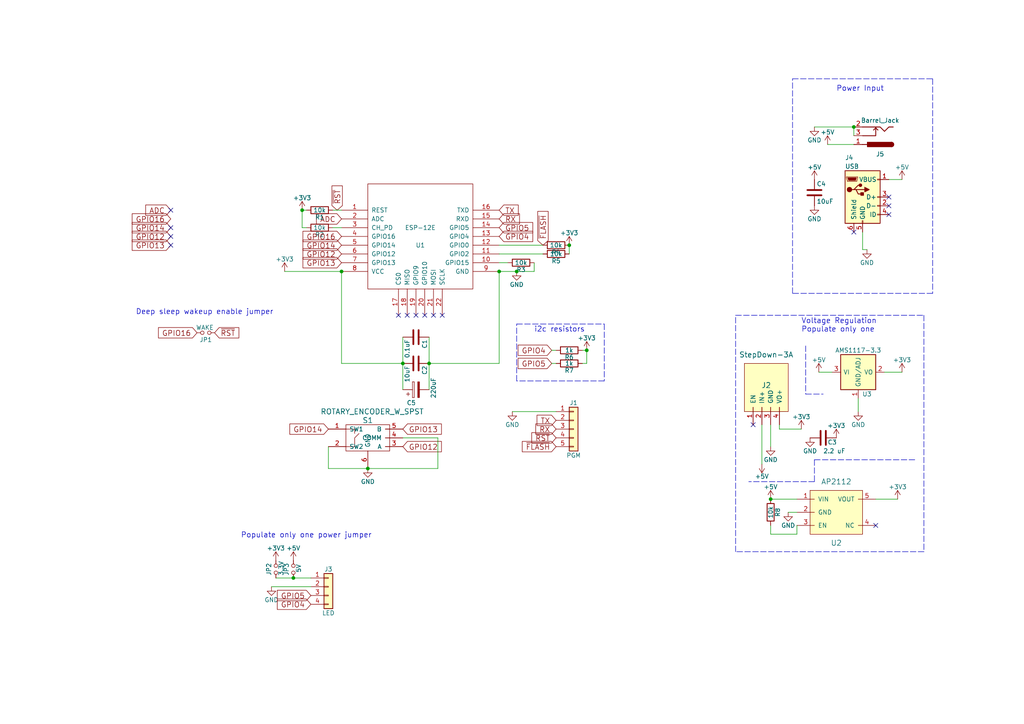
<source format=kicad_sch>
(kicad_sch (version 20211123) (generator eeschema)
  (paper "A4")
  (title_block (title "ESP 8266 Generic dev board w/Inputs") (rev "0.1") (company "Sky Iron Studio") (comment 1 "MIT License"))
  (lib_symbols
    (symbol "esp8266-board-rescue:+3V3" (power) (pin_names (offset 0))
      (property "Value" "+3V3" (at 0 3.556 0))
      (symbol "+3V3_0_1"
        (polyline (pts (xy -0.762 1.27) (xy 0 2.54)))
        (polyline (pts (xy 0 0) (xy 0 2.54)))
        (polyline (pts (xy 0 2.54) (xy 0.762 1.27)))
      )
      (symbol "+3V3_1_1"
        (pin power_in line (at 0 0 90) (length 0) hide (name "+3V3") (number "1"))
      )
    )
    (symbol "esp8266-board-rescue:+5V" (power) (pin_names (offset 0))
      (property "Value" "+5V" (at 0 3.556 0))
      (symbol "+5V_0_1"
        (polyline (pts (xy -0.762 1.27) (xy 0 2.54)))
        (polyline (pts (xy 0 0) (xy 0 2.54)))
        (polyline (pts (xy 0 2.54) (xy 0.762 1.27)))
      )
      (symbol "+5V_1_1"
        (pin power_in line (at 0 0 90) (length 0) hide (name "+5V") (number "1"))
      )
    )
    (symbol "esp8266-board-rescue:AMS1117-3.3" (pin_names (offset 0.762))
      (property "Reference" "U" (at 2.54 -6.35 0))
      (property "Value" "AMS1117-3.3" (at 0 6.35 0))
      (symbol "AMS1117-3.3_0_1"
        (rectangle (start -5.08 -5.08) (end 5.08 5.08) (stroke (width 0.254)) (fill (type background)))
      )
      (symbol "AMS1117-3.3_1_1"
        (pin power_in line (at 0 -7.62 90) (length 2.54) (name "GND/ADJ") (number "1"))
        (pin power_out line (at 7.62 0 180) (length 2.54) (name "VO") (number "2"))
        (pin power_in line (at -7.62 0 0) (length 2.54) (name "VI") (number "3"))
        (pin power_out line (at 7.62 0 180) (length 2.54) hide (name "VO") (number "4"))
      )
    )
    (symbol "esp8266-board-rescue:AP2112" (pin_names (offset 1.016))
      (property "Reference" "U" (at 0 -8.89 0))
      (property "Value" "AP2112" (at 0 8.89 0))
      (symbol "AP2112_0_1"
        (rectangle (start -7.62 6.35) (end 7.62 -6.35) (fill (type background)))
      )
      (symbol "AP2112_1_1"
        (pin input line (at -11.43 3.81 0) (length 5.08) (name "VIN") (number "1"))
        (pin input line (at -11.43 0 0) (length 5.08) (name "GND") (number "2"))
        (pin input line (at -11.43 -3.81 0) (length 5.08) (name "EN") (number "3"))
        (pin input line (at 11.43 -3.81 180) (length 5.08) (name "NC") (number "4"))
        (pin input line (at 11.43 3.81 180) (length 5.08) (name "VOUT") (number "5"))
      )
    )
    (symbol "esp8266-board-rescue:Barrel_Jack" (pin_names (offset 1.016))
      (property "Reference" "J" (at 0 5.334 0))
      (property "Value" "Barrel_Jack" (at 0 -4.445 0))
      (symbol "Barrel_Jack_0_1"
        (arc (start -3.302 3.175) (mid -3.937 2.54) (end -3.302 1.905) (stroke (width 0.254)))
        (arc (start -3.302 3.175) (mid -3.937 2.54) (end -3.302 1.905) (stroke (width 0.254)) (fill (type outline)))
        (polyline (pts (xy 1.27 -2.286) (xy 1.905 -1.651)) (stroke (width 0.254)))
        (polyline (pts (xy 5.08 2.54) (xy 3.81 2.54)) (stroke (width 0.254)))
        (polyline (pts (xy 5.08 0) (xy 1.27 0) (xy 1.27 -2.286) (xy 0.635 -1.651)) (stroke (width 0.254)))
        (polyline (pts (xy -3.81 -2.54) (xy -2.54 -2.54) (xy -1.27 -1.27) (xy 0 -2.54) (xy 2.54 -2.54) (xy 5.08 -2.54)) (stroke (width 0.254)))
        (rectangle (start 3.683 3.175) (end -3.302 1.905) (stroke (width 0.254)) (fill (type outline)))
      )
      (symbol "Barrel_Jack_1_1"
        (pin passive line (at 7.62 2.54 180) (length 2.54) (name "~") (number "1"))
        (pin passive line (at 7.62 -2.54 180) (length 2.54) (name "~") (number "2"))
        (pin passive line (at 7.62 0 180) (length 2.54) (name "~") (number "3"))
      )
    )
    (symbol "esp8266-board-rescue:C" (pin_numbers hide) (pin_names (offset 0.254))
      (property "Reference" "C" (at 0.635 2.54 0))
      (property "Value" "C" (at 0.635 -2.54 0))
      (symbol "C_0_1"
        (polyline (pts (xy -2.032 -0.762) (xy 2.032 -0.762)) (stroke (width 0.508)))
        (polyline (pts (xy -2.032 0.762) (xy 2.032 0.762)) (stroke (width 0.508)))
      )
      (symbol "C_1_1"
        (pin passive line (at 0 3.81 270) (length 2.794) (name "~") (number "1"))
        (pin passive line (at 0 -3.81 90) (length 2.794) (name "~") (number "2"))
      )
    )
    (symbol "esp8266-board-rescue:CP" (pin_numbers hide) (pin_names (offset 0.254))
      (property "Reference" "C" (at 0.635 2.54 0))
      (property "Value" "CP" (at 0.635 -2.54 0))
      (symbol "CP_0_1"
        (rectangle (start -2.286 0.508) (end -2.286 1.016))
        (rectangle (start -2.286 0.508) (end 2.286 0.508))
        (polyline (pts (xy -1.778 2.286) (xy -0.762 2.286)))
        (polyline (pts (xy -1.27 2.794) (xy -1.27 1.778)))
        (rectangle (start 2.286 -0.508) (end -2.286 -1.016) (fill (type outline)))
        (rectangle (start 2.286 1.016) (end -2.286 1.016))
        (rectangle (start 2.286 1.016) (end 2.286 0.508))
      )
      (symbol "CP_1_1"
        (pin passive line (at 0 3.81 270) (length 2.794) (name "~") (number "1"))
        (pin passive line (at 0 -3.81 90) (length 2.794) (name "~") (number "2"))
      )
    )
    (symbol "esp8266-board-rescue:Conn_01x04" (pin_names (offset 1.016) hide)
      (property "Reference" "J" (at 0 5.08 0))
      (property "Value" "Conn_01x04" (at 0 -7.62 0))
      (symbol "Conn_01x04_1_1"
        (rectangle (start -1.27 -4.953) (end 0 -5.207) (stroke (width 0.1524)))
        (rectangle (start -1.27 -2.413) (end 0 -2.667) (stroke (width 0.1524)))
        (rectangle (start -1.27 0.127) (end 0 -0.127) (stroke (width 0.1524)))
        (rectangle (start -1.27 2.667) (end 0 2.413) (stroke (width 0.1524)))
        (rectangle (start -1.27 3.81) (end 1.27 -6.35) (stroke (width 0.254)) (fill (type background)))
        (pin passive line (at -5.08 2.54 0) (length 3.81) (name "Pin_1") (number "1"))
        (pin passive line (at -5.08 0 0) (length 3.81) (name "Pin_2") (number "2"))
        (pin passive line (at -5.08 -2.54 0) (length 3.81) (name "Pin_3") (number "3"))
        (pin passive line (at -5.08 -5.08 0) (length 3.81) (name "Pin_4") (number "4"))
      )
    )
    (symbol "esp8266-board-rescue:Conn_01x05" (pin_names (offset 1.016) hide)
      (property "Reference" "J" (at 0 7.62 0))
      (property "Value" "Conn_01x05" (at 0 -7.62 0))
      (symbol "Conn_01x05_1_1"
        (rectangle (start -1.27 -4.953) (end 0 -5.207) (stroke (width 0.1524)))
        (rectangle (start -1.27 -2.413) (end 0 -2.667) (stroke (width 0.1524)))
        (rectangle (start -1.27 0.127) (end 0 -0.127) (stroke (width 0.1524)))
        (rectangle (start -1.27 2.667) (end 0 2.413) (stroke (width 0.1524)))
        (rectangle (start -1.27 5.207) (end 0 4.953) (stroke (width 0.1524)))
        (rectangle (start -1.27 6.35) (end 1.27 -6.35) (stroke (width 0.254)) (fill (type background)))
        (pin passive line (at -5.08 5.08 0) (length 3.81) (name "Pin_1") (number "1"))
        (pin passive line (at -5.08 2.54 0) (length 3.81) (name "Pin_2") (number "2"))
        (pin passive line (at -5.08 0 0) (length 3.81) (name "Pin_3") (number "3"))
        (pin passive line (at -5.08 -2.54 0) (length 3.81) (name "Pin_4") (number "4"))
        (pin passive line (at -5.08 -5.08 0) (length 3.81) (name "Pin_5") (number "5"))
      )
    )
    (symbol "esp8266-board-rescue:ESP-12E" (pin_names (offset 1.016))
      (property "Reference" "U" (at 0 -2.54 0))
      (property "Value" "ESP-12E" (at 0 2.54 0))
      (symbol "ESP-12E_1_0"
        (rectangle (start -15.24 -15.24) (end 15.24 15.24))
      )
      (symbol "ESP-12E_1_1"
        (pin input line (at -22.86 7.62 0) (length 7.62) (name "REST") (number "1"))
        (pin bidirectional line (at 22.86 -7.62 180) (length 7.62) (name "GPIO15") (number "10"))
        (pin bidirectional line (at 22.86 -5.08 180) (length 7.62) (name "GPIO2") (number "11"))
        (pin bidirectional line (at 22.86 -2.54 180) (length 7.62) (name "GPIO0") (number "12"))
        (pin bidirectional line (at 22.86 0 180) (length 7.62) (name "GPIO4") (number "13"))
        (pin bidirectional line (at 22.86 2.54 180) (length 7.62) (name "GPIO5") (number "14"))
        (pin input line (at 22.86 5.08 180) (length 7.62) (name "RXD") (number "15"))
        (pin output line (at 22.86 7.62 180) (length 7.62) (name "TXD") (number "16"))
        (pin bidirectional line (at -6.35 -22.86 90) (length 7.62) (name "CS0") (number "17"))
        (pin bidirectional line (at -3.81 -22.86 90) (length 7.62) (name "MISO") (number "18"))
        (pin bidirectional line (at -1.27 -22.86 90) (length 7.62) (name "GPIO9") (number "19"))
        (pin passive line (at -22.86 5.08 0) (length 7.62) (name "ADC") (number "2"))
        (pin bidirectional line (at 1.27 -22.86 90) (length 7.62) (name "GPIO10") (number "20"))
        (pin bidirectional line (at 3.81 -22.86 90) (length 7.62) (name "MOSI") (number "21"))
        (pin bidirectional line (at 6.35 -22.86 90) (length 7.62) (name "SCLK") (number "22"))
        (pin input line (at -22.86 2.54 0) (length 7.62) (name "CH_PD") (number "3"))
        (pin bidirectional line (at -22.86 0 0) (length 7.62) (name "GPIO16") (number "4"))
        (pin bidirectional line (at -22.86 -2.54 0) (length 7.62) (name "GPIO14") (number "5"))
        (pin bidirectional line (at -22.86 -5.08 0) (length 7.62) (name "GPIO12") (number "6"))
        (pin bidirectional line (at -22.86 -7.62 0) (length 7.62) (name "GPIO13") (number "7"))
        (pin power_in line (at -22.86 -10.16 0) (length 7.62) (name "VCC") (number "8"))
        (pin power_in line (at 22.86 -10.16 180) (length 7.62) (name "GND") (number "9"))
      )
    )
    (symbol "esp8266-board-rescue:GND" (power) (pin_names (offset 0))
      (property "Value" "GND" (at 0 -3.81 0))
      (symbol "GND_0_1"
        (polyline (pts (xy 0 0) (xy 0 -1.27) (xy 1.27 -1.27) (xy 0 -2.54) (xy -1.27 -1.27) (xy 0 -1.27)))
      )
      (symbol "GND_1_1"
        (pin power_in line (at 0 0 270) (length 0) hide (name "GND") (number "1"))
      )
    )
    (symbol "esp8266-board-rescue:Jumper_NO_Small" (pin_numbers hide) (pin_names (offset 0.762) hide)
      (property "Reference" "JP" (at 0 2.032 0))
      (property "Value" "Jumper_NO_Small" (at 0.254 -1.524 0))
      (symbol "Jumper_NO_Small_0_1"
        (circle (center -1.016 0) (radius 0.508))
        (circle (center 1.016 0) (radius 0.508))
        (pin passive line (at -2.54 0 0) (length 1.016) (name "1") (number "1"))
        (pin passive line (at 2.54 0 180) (length 1.016) (name "2") (number "2"))
      )
    )
    (symbol "esp8266-board-rescue:R" (pin_numbers hide) (pin_names (offset 0))
      (property "Reference" "R" (at 2.032 0 90))
      (property "Value" "R" (at 0 0 90))
      (symbol "R_0_1"
        (rectangle (start -1.016 -2.54) (end 1.016 2.54) (stroke (width 0.254)))
      )
      (symbol "R_1_1"
        (pin passive line (at 0 3.81 270) (length 1.27) (name "~") (number "1"))
        (pin passive line (at 0 -3.81 90) (length 1.27) (name "~") (number "2"))
      )
    )
    (symbol "esp8266-board-rescue:ROTARY_ENCODER_W_SPST" (pin_names (offset 1.016))
      (property "Reference" "S" (at 0 5.08 0))
      (property "Value" "ROTARY_ENCODER_W_SPST" (at 1.27 7.62 0))
      (symbol "ROTARY_ENCODER_W_SPST_0_1"
        (rectangle (start -6.35 3.81) (end 6.35 -3.81))
        (polyline (pts (xy -6.35 -2.54) (xy -3.81 -2.54)))
        (polyline (pts (xy -6.35 2.54) (xy -3.81 2.54)))
        (polyline (pts (xy -3.81 2.54) (xy -3.81 1.27)))
        (polyline (pts (xy -3.81 -2.54) (xy -3.81 0) (xy -2.54 1.27)))
      )
      (symbol "ROTARY_ENCODER_W_SPST_1_1"
        (pin input line (at -11.43 2.54 0) (length 5.08) (name "SW1") (number "1"))
        (pin input line (at -11.43 -2.54 0) (length 5.08) (name "SW2") (number "2"))
        (pin input line (at 10.16 -2.54 180) (length 5.08) (name "A") (number "3"))
        (pin input line (at 10.16 0 180) (length 5.08) (name "COMM") (number "4"))
        (pin input line (at 10.16 2.54 180) (length 5.08) (name "B") (number "5"))
        (pin input line (at 0 -8.89 90) (length 5.08) (name "GND") (number "6"))
      )
    )
    (symbol "esp8266-board-rescue:StepDown-3A" (pin_names (offset 1.016))
      (property "Reference" "J" (at 0 0 0))
      (property "Value" "StepDown-3A" (at 0 8.89 0))
      (symbol "StepDown-3A_0_1"
        (rectangle (start -6.35 6.35) (end 6.35 -7.62) (fill (type background)))
      )
      (symbol "StepDown-3A_1_1"
        (pin input line (at -3.81 -11.43 90) (length 5.08) (name "EN") (number "1"))
        (pin input line (at -1.27 -11.43 90) (length 5.08) (name "IN+") (number "2"))
        (pin input line (at 1.27 -11.43 90) (length 5.08) (name "GND") (number "3"))
        (pin input line (at 3.81 -11.43 90) (length 5.08) (name "VO+") (number "4"))
      )
    )
    (symbol "esp8266-board-rescue:USB_OTG" (pin_names (offset 1.016))
      (property "Reference" "J" (at -5.08 11.43 0))
      (property "Value" "USB_OTG" (at -5.08 8.89 0))
      (symbol "USB_OTG_0_1"
        (rectangle (start -5.08 -7.62) (end 5.08 7.62) (stroke (width 0.254)) (fill (type background)))
        (circle (center -3.81 2.159) (radius 0.635) (stroke (width 0.254)) (fill (type outline)))
        (circle (center -0.635 3.429) (radius 0.381) (stroke (width 0.254)) (fill (type outline)))
        (rectangle (start -0.127 -7.62) (end 0.127 -6.858))
        (polyline (pts (xy -1.905 2.159) (xy 0.635 2.159)) (stroke (width 0.254)))
        (polyline (pts (xy -3.175 2.159) (xy -2.54 2.159) (xy -1.27 3.429) (xy -0.635 3.429)) (stroke (width 0.254)))
        (polyline (pts (xy -2.54 2.159) (xy -1.905 2.159) (xy -1.27 0.889) (xy 0 0.889)) (stroke (width 0.254)))
        (polyline (pts (xy 0.635 2.794) (xy 0.635 1.524) (xy 1.905 2.159) (xy 0.635 2.794)) (stroke (width 0.254)) (fill (type outline)))
        (polyline (pts (xy -4.318 5.588) (xy -1.778 5.588) (xy -2.032 4.826) (xy -4.064 4.826) (xy -4.318 5.588)) (fill (type outline)))
        (polyline (pts (xy -4.699 5.842) (xy -4.699 5.588) (xy -4.445 4.826) (xy -4.445 4.572) (xy -1.651 4.572) (xy -1.651 4.826) (xy -1.397 5.588) (xy -1.397 5.842) (xy -4.699 5.842)))
        (rectangle (start 0.254 1.27) (end -0.508 0.508) (stroke (width 0.254)) (fill (type outline)))
        (rectangle (start 5.08 -5.207) (end 4.318 -4.953))
        (rectangle (start 5.08 -2.667) (end 4.318 -2.413))
        (rectangle (start 5.08 -0.127) (end 4.318 0.127))
        (rectangle (start 5.08 4.953) (end 4.318 5.207))
      )
      (symbol "USB_OTG_1_1"
        (pin power_in line (at 7.62 5.08 180) (length 2.54) (name "VBUS") (number "1"))
        (pin passive line (at 7.62 -2.54 180) (length 2.54) (name "D-") (number "2"))
        (pin passive line (at 7.62 0 180) (length 2.54) (name "D+") (number "3"))
        (pin passive line (at 7.62 -5.08 180) (length 2.54) (name "ID") (number "4"))
        (pin power_in line (at 0 -10.16 90) (length 2.54) (name "GND") (number "5"))
        (pin passive line (at -2.54 -10.16 90) (length 2.54) (name "Shield") (number "6"))
      )
    )
  )
  (junction (at 223.52 144.78))
  (junction (at 87.63 60.96))
  (junction (at 116.84 105.41))
  (junction (at 124.46 105.41))
  (junction (at 247.65 36.83))
  (junction (at 149.86 78.74))
  (junction (at 99.06 78.74))
  (junction (at 85.09 167.64))
  (junction (at 106.68 135.89))
  (junction (at 165.1 71.12))
  (junction (at 170.18 101.6))
  (junction (at 144.78 78.74))
  (no_connect (at 218.44 123.19))
  (no_connect (at 128.27 91.44))
  (no_connect (at 257.81 62.23))
  (no_connect (at 49.53 60.96))
  (no_connect (at 247.65 67.31))
  (no_connect (at 257.81 59.69))
  (no_connect (at 120.65 91.44))
  (no_connect (at 257.81 57.15))
  (no_connect (at 125.73 91.44))
  (no_connect (at 254 152.4))
  (no_connect (at 49.53 68.58))
  (no_connect (at 49.53 71.12))
  (no_connect (at 123.19 91.44))
  (no_connect (at 49.53 66.04))
  (no_connect (at 118.11 91.44))
  (no_connect (at 115.57 91.44))
  (polyline (pts (xy 233.68 114.3) (xy 238.76 114.3)))
  (wire (pts (xy 88.9 66.04) (xy 87.63 66.04)))
  (wire (pts (xy 254 144.78) (xy 260.35 144.78)))
  (wire (pts (xy 106.68 135.89) (xy 127 135.89)))
  (wire (pts (xy 80.01 167.64) (xy 85.09 167.64)))
  (wire (pts (xy 250.19 72.39) (xy 251.46 72.39)))
  (wire (pts (xy 99.06 105.41) (xy 99.06 78.74)))
  (wire (pts (xy 88.9 60.96) (xy 87.63 60.96)))
  (wire (pts (xy 257.81 52.07) (xy 261.62 52.07)))
  (polyline (pts (xy 267.97 160.02) (xy 213.36 160.02)))
  (wire (pts (xy 116.84 97.79) (xy 116.84 105.41)))
  (wire (pts (xy 95.25 135.89) (xy 95.25 129.54)))
  (wire (pts (xy 223.52 123.19) (xy 223.52 129.54)))
  (wire (pts (xy 168.91 105.41) (xy 170.18 105.41)))
  (polyline (pts (xy 236.22 133.35) (xy 265.43 133.35)))
  (polyline (pts (xy 175.26 93.98) (xy 175.26 110.49)))
  (polyline (pts (xy 270.51 85.09) (xy 229.87 85.09)))
  (wire (pts (xy 154.94 78.74) (xy 154.94 76.2)))
  (wire (pts (xy 226.06 124.46) (xy 226.06 123.19)))
  (wire (pts (xy 148.59 119.38) (xy 161.29 119.38)))
  (wire (pts (xy 144.78 78.74) (xy 149.86 78.74)))
  (wire (pts (xy 96.52 66.04) (xy 99.06 66.04)))
  (wire (pts (xy 82.55 78.74) (xy 99.06 78.74)))
  (wire (pts (xy 144.78 105.41) (xy 144.78 78.74)))
  (wire (pts (xy 248.92 115.57) (xy 248.92 119.38)))
  (wire (pts (xy 220.98 123.19) (xy 220.98 134.62)))
  (wire (pts (xy 165.1 73.66) (xy 165.1 71.12)))
  (wire (pts (xy 223.52 152.4) (xy 223.52 154.94)))
  (wire (pts (xy 236.22 36.83) (xy 247.65 36.83)))
  (wire (pts (xy 96.52 60.96) (xy 99.06 60.96)))
  (polyline (pts (xy 229.87 22.86) (xy 270.51 22.86)))
  (polyline (pts (xy 267.97 91.44) (xy 267.97 160.02)))
  (wire (pts (xy 144.78 71.12) (xy 157.48 71.12)))
  (wire (pts (xy 116.84 105.41) (xy 99.06 105.41)))
  (polyline (pts (xy 236.22 133.35) (xy 236.22 139.7)))
  (polyline (pts (xy 149.86 110.49) (xy 149.86 93.98)))
  (wire (pts (xy 124.46 105.41) (xy 124.46 113.03)))
  (wire (pts (xy 170.18 105.41) (xy 170.18 101.6)))
  (wire (pts (xy 87.63 66.04) (xy 87.63 60.96)))
  (wire (pts (xy 231.14 154.94) (xy 231.14 152.4)))
  (wire (pts (xy 147.32 76.2) (xy 144.78 76.2)))
  (wire (pts (xy 228.6 148.59) (xy 231.14 148.59)))
  (wire (pts (xy 240.03 41.91) (xy 247.65 41.91)))
  (wire (pts (xy 247.65 36.83) (xy 247.65 39.37)))
  (wire (pts (xy 95.25 135.89) (xy 106.68 135.89)))
  (wire (pts (xy 223.52 154.94) (xy 231.14 154.94)))
  (polyline (pts (xy 213.36 91.44) (xy 267.97 91.44)))
  (wire (pts (xy 161.29 101.6) (xy 160.02 101.6)))
  (wire (pts (xy 85.09 167.64) (xy 90.17 167.64)))
  (wire (pts (xy 160.02 105.41) (xy 161.29 105.41)))
  (polyline (pts (xy 233.68 100.33) (xy 233.68 114.3)))
  (wire (pts (xy 157.48 73.66) (xy 144.78 73.66)))
  (polyline (pts (xy 229.87 85.09) (xy 229.87 22.86)))
  (polyline (pts (xy 149.86 93.98) (xy 175.26 93.98)))
  (wire (pts (xy 116.84 105.41) (xy 116.84 113.03)))
  (wire (pts (xy 250.19 67.31) (xy 250.19 72.39)))
  (wire (pts (xy 223.52 144.78) (xy 231.14 144.78)))
  (wire (pts (xy 256.54 107.95) (xy 261.62 107.95)))
  (wire (pts (xy 124.46 97.79) (xy 124.46 105.41)))
  (polyline (pts (xy 175.26 110.49) (xy 149.86 110.49)))
  (polyline (pts (xy 236.22 139.7) (xy 217.17 139.7)))
  (wire (pts (xy 127 127) (xy 116.84 127)))
  (wire (pts (xy 149.86 78.74) (xy 154.94 78.74)))
  (wire (pts (xy 78.74 170.18) (xy 90.17 170.18)))
  (polyline (pts (xy 213.36 160.02) (xy 213.36 91.44)))
  (polyline (pts (xy 270.51 22.86) (xy 270.51 85.09)))
  (wire (pts (xy 170.18 101.6) (xy 168.91 101.6)))
  (wire (pts (xy 124.46 105.41) (xy 144.78 105.41)))
  (wire (pts (xy 241.3 107.95) (xy 237.49 107.95)))
  (wire (pts (xy 232.41 124.46) (xy 226.06 124.46)))
  (wire (pts (xy 127 135.89) (xy 127 127)))
  (text "i2c resistors" (at 154.94 96.52 0) (effects (font (size 1.524 1.524)) (justify left bottom)))
  (text "Populate only one power jumper" (at 69.85 156.21 0) (effects (font (size 1.524 1.524)) (justify left bottom)))
  (text "Deep sleep wakeup enable jumper" (at 39.37 91.44 0) (effects (font (size 1.524 1.524)) (justify left bottom)))
  (text "Voltage Regulation\nPopulate only one" (at 232.41 96.52 0) (effects (font (size 1.524 1.524)) (justify left bottom)))
  (text "Power Input" (at 242.57 26.67 0) (effects (font (size 1.524 1.524)) (justify left bottom)))
  (global_label "GPIO4" (shape input) (at 90.17 175.26 180) (effects (font (size 1.524 1.524))) (property "Intersheet References" "${INTERSHEET_REFS}" (effects hide)))
  (global_label "RX" (shape input) (at 144.78 63.5 0) (effects (font (size 1.524 1.524))) (property "Intersheet References" "${INTERSHEET_REFS}" (effects hide)))
  (global_label "GPIO14" (shape input) (at 99.06 71.12 180) (effects (font (size 1.524 1.524))) (property "Intersheet References" "${INTERSHEET_REFS}" (effects hide)))
  (global_label "GPIO13" (shape input) (at 99.06 76.2 180) (effects (font (size 1.524 1.524))) (property "Intersheet References" "${INTERSHEET_REFS}" (effects hide)))
  (global_label "~{RST}" (shape input) (at 62.23 96.52 0) (effects (font (size 1.524 1.524))) (property "Intersheet References" "${INTERSHEET_REFS}" (effects hide)))
  (global_label "GPIO14" (shape input) (at 49.53 66.04 180) (effects (font (size 1.524 1.524))) (property "Intersheet References" "${INTERSHEET_REFS}" (effects hide)))
  (global_label "RX" (shape input) (at 161.29 124.46 180) (effects (font (size 1.524 1.524))) (property "Intersheet References" "${INTERSHEET_REFS}" (effects hide)))
  (global_label "GPIO16" (shape input) (at 57.15 96.52 180) (effects (font (size 1.524 1.524))) (property "Intersheet References" "${INTERSHEET_REFS}" (effects hide)))
  (global_label "GPIO4" (shape input) (at 144.78 68.58 0) (effects (font (size 1.524 1.524))) (property "Intersheet References" "${INTERSHEET_REFS}" (effects hide)))
  (global_label "GPIO12" (shape input) (at 116.84 129.54 0) (effects (font (size 1.524 1.524))) (property "Intersheet References" "${INTERSHEET_REFS}" (effects hide)))
  (global_label "TX" (shape input) (at 161.29 121.92 180) (effects (font (size 1.524 1.524))) (property "Intersheet References" "${INTERSHEET_REFS}" (effects hide)))
  (global_label "ADC" (shape input) (at 99.06 63.5 180) (effects (font (size 1.524 1.524))) (property "Intersheet References" "${INTERSHEET_REFS}" (effects hide)))
  (global_label "TX" (shape input) (at 144.78 60.96 0) (effects (font (size 1.524 1.524))) (property "Intersheet References" "${INTERSHEET_REFS}" (effects hide)))
  (global_label "GPIO16" (shape input) (at 49.53 63.5 180) (effects (font (size 1.524 1.524))) (property "Intersheet References" "${INTERSHEET_REFS}" (effects hide)))
  (global_label "GPIO4" (shape input) (at 160.02 101.6 180) (effects (font (size 1.524 1.524))) (property "Intersheet References" "${INTERSHEET_REFS}" (effects hide)))
  (global_label "ADC" (shape input) (at 49.53 60.96 180) (effects (font (size 1.524 1.524))) (property "Intersheet References" "${INTERSHEET_REFS}" (effects hide)))
  (global_label "GPIO12" (shape input) (at 49.53 68.58 180) (effects (font (size 1.524 1.524))) (property "Intersheet References" "${INTERSHEET_REFS}" (effects hide)))
  (global_label "GPIO16" (shape input) (at 99.06 68.58 180) (effects (font (size 1.524 1.524))) (property "Intersheet References" "${INTERSHEET_REFS}" (effects hide)))
  (global_label "~{RST}" (shape input) (at 161.29 127 180) (effects (font (size 1.524 1.524))) (property "Intersheet References" "${INTERSHEET_REFS}" (effects hide)))
  (global_label "GPIO5" (shape input) (at 90.17 172.72 180) (effects (font (size 1.524 1.524))) (property "Intersheet References" "${INTERSHEET_REFS}" (effects hide)))
  (global_label "GPIO5" (shape input) (at 144.78 66.04 0) (effects (font (size 1.524 1.524))) (property "Intersheet References" "${INTERSHEET_REFS}" (effects hide)))
  (global_label "~{RST}" (shape input) (at 97.79 60.96 90) (effects (font (size 1.524 1.524))) (property "Intersheet References" "${INTERSHEET_REFS}" (effects hide)))
  (global_label "GPIO13" (shape input) (at 116.84 124.46 0) (effects (font (size 1.524 1.524))) (property "Intersheet References" "${INTERSHEET_REFS}" (effects hide)))
  (global_label "GPIO14" (shape input) (at 95.25 124.46 180) (effects (font (size 1.524 1.524))) (property "Intersheet References" "${INTERSHEET_REFS}" (effects hide)))
  (global_label "GPIO13" (shape input) (at 49.53 71.12 180) (effects (font (size 1.524 1.524))) (property "Intersheet References" "${INTERSHEET_REFS}" (effects hide)))
  (global_label "GPIO12" (shape input) (at 99.06 73.66 180) (effects (font (size 1.524 1.524))) (property "Intersheet References" "${INTERSHEET_REFS}" (effects hide)))
  (global_label "~{FLASH}" (shape input) (at 157.48 71.12 90) (effects (font (size 1.524 1.524))) (property "Intersheet References" "${INTERSHEET_REFS}" (effects hide)))
  (global_label "GPIO5" (shape input) (at 160.02 105.41 180) (effects (font (size 1.524 1.524))) (property "Intersheet References" "${INTERSHEET_REFS}" (effects hide)))
  (global_label "~{FLASH}" (shape input) (at 161.29 129.54 180) (effects (font (size 1.524 1.524))) (property "Intersheet References" "${INTERSHEET_REFS}" (effects hide)))
  (symbol (lib_id "esp8266-board-rescue:ESP-12E") (at 121.92 68.58 0) (unit 1)
    (property "Reference" "U1" (at 121.92 71.12 0))
    (property "Value" "ESP-12E" (at 121.92 66.04 0))
    (property "Footprint" "ESP8266:ESP-12E" (effects hide))
  )
  (symbol (lib_id "esp8266-board-rescue:StepDown-3A") (at 222.25 111.76 0) (unit 1)
    (property "Reference" "J2" (at 222.25 111.76 0) (effects (font (size 1.524 1.524))))
    (property "Value" "StepDown-3A" (at 222.25 102.87 0) (effects (font (size 1.524 1.524))))
    (property "Footprint" "Voltage Regulators:SwitchingRegulator_Selectable" (effects hide))
  )
  (symbol (lib_id "esp8266-board-rescue:USB_OTG") (at 250.19 57.15 0) (unit 1)
    (property "Reference" "J4" (at 245.11 45.72 0) (effects (justify left)))
    (property "Value" "USB" (at 245.11 48.26 0) (effects (justify left)))
    (property "Footprint" "Connectors:USB_Micro-B" (effects hide))
  )
  (symbol (lib_id "esp8266-board-rescue:GND") (at 251.46 72.39 0) (unit 1)
    (property "Reference" "#PWR01" (effects hide))
    (property "Value" "GND" (at 251.46 76.2 0))
  )
  (symbol (lib_id "esp8266-board-rescue:+5V") (at 261.62 52.07 0) (unit 1)
    (property "Reference" "#PWR02" (effects hide))
    (property "Value" "+5V" (at 261.62 48.514 0))
  )
  (symbol (lib_id "esp8266-board-rescue:+5V") (at 220.98 134.62 180) (unit 1)
    (property "Reference" "#PWR03" (effects hide))
    (property "Value" "+5V" (at 220.98 138.176 0))
  )
  (symbol (lib_id "esp8266-board-rescue:GND") (at 223.52 129.54 0) (unit 1)
    (property "Reference" "#PWR04" (effects hide))
    (property "Value" "GND" (at 223.52 133.35 0))
  )
  (symbol (lib_id "esp8266-board-rescue:+3V3") (at 232.41 124.46 0) (unit 1)
    (property "Reference" "#PWR05" (effects hide))
    (property "Value" "+3V3" (at 232.41 120.904 0))
  )
  (symbol (lib_id "esp8266-board-rescue:Barrel_Jack") (at 255.27 39.37 180) (unit 1)
    (property "Reference" "J5" (at 255.27 44.704 0))
    (property "Value" "Barrel_Jack" (at 255.27 34.925 0))
    (property "Footprint" "Power:5.5mm_Barrel_Jack" (effects hide))
  )
  (symbol (lib_id "esp8266-board-rescue:+5V") (at 240.03 41.91 0) (unit 1)
    (property "Reference" "#PWR06" (effects hide))
    (property "Value" "+5V" (at 240.03 38.354 0))
  )
  (symbol (lib_id "esp8266-board-rescue:GND") (at 236.22 36.83 0) (unit 1)
    (property "Reference" "#PWR07" (effects hide))
    (property "Value" "GND" (at 236.22 40.64 0))
  )
  (symbol (lib_id "esp8266-board-rescue:GND") (at 149.86 78.74 0) (unit 1)
    (property "Reference" "#PWR08" (effects hide))
    (property "Value" "GND" (at 149.86 82.55 0))
  )
  (symbol (lib_id "esp8266-board-rescue:+3V3") (at 82.55 78.74 0) (unit 1)
    (property "Reference" "#PWR09" (effects hide))
    (property "Value" "+3V3" (at 82.55 75.184 0))
  )
  (symbol (lib_id "esp8266-board-rescue:+3V3") (at 87.63 60.96 0) (unit 1)
    (property "Reference" "#PWR010" (effects hide))
    (property "Value" "+3V3" (at 87.63 57.404 0))
  )
  (symbol (lib_id "esp8266-board-rescue:R") (at 92.71 60.96 270) (unit 1)
    (property "Reference" "R1" (at 92.71 62.992 90))
    (property "Value" "10k" (at 92.71 60.96 90))
    (property "Footprint" "Resistors_SMD:R_1206_HandSoldering" (effects hide))
  )
  (symbol (lib_id "esp8266-board-rescue:C") (at 120.65 105.41 270) (unit 1)
    (property "Reference" "C2" (at 123.19 106.045 0) (effects (justify left)))
    (property "Value" "10uF" (at 118.11 106.045 0) (effects (justify left)))
    (property "Footprint" "Capacitors_SMD:C_1206_HandSoldering" (effects hide))
  )
  (symbol (lib_id "esp8266-board-rescue:+3V3") (at 165.1 71.12 0) (unit 1)
    (property "Reference" "#PWR011" (effects hide))
    (property "Value" "+3V3" (at 165.1 67.564 0))
  )
  (symbol (lib_id "esp8266-board-rescue:R") (at 161.29 71.12 270) (unit 1)
    (property "Reference" "R4" (at 161.29 73.152 90))
    (property "Value" "10k" (at 161.29 71.12 90))
    (property "Footprint" "Resistors_SMD:R_1206_HandSoldering" (effects hide))
  )
  (symbol (lib_id "esp8266-board-rescue:R") (at 161.29 73.66 270) (unit 1)
    (property "Reference" "R5" (at 161.29 75.692 90))
    (property "Value" "10k" (at 161.29 73.66 90))
    (property "Footprint" "Resistors_SMD:R_1206_HandSoldering" (effects hide))
  )
  (symbol (lib_id "esp8266-board-rescue:R") (at 151.13 76.2 270) (unit 1)
    (property "Reference" "R3" (at 151.13 78.232 90))
    (property "Value" "10k" (at 151.13 76.2 90))
    (property "Footprint" "Resistors_SMD:R_1206_HandSoldering" (effects hide))
  )
  (symbol (lib_id "esp8266-board-rescue:R") (at 92.71 66.04 270) (unit 1)
    (property "Reference" "R2" (at 92.71 68.072 90))
    (property "Value" "10k" (at 92.71 66.04 90))
    (property "Footprint" "Resistors_SMD:R_1206_HandSoldering" (effects hide))
  )
  (symbol (lib_id "esp8266-board-rescue:Conn_01x05") (at 166.37 124.46 0) (unit 1)
    (property "Reference" "J1" (at 166.37 116.84 0))
    (property "Value" "PGM" (at 166.37 132.08 0))
    (property "Footprint" "Pin_Headers:Pin_Header_Straight_1x05_Pitch2.54mm" (effects hide))
  )
  (symbol (lib_id "esp8266-board-rescue:GND") (at 148.59 119.38 0) (unit 1)
    (property "Reference" "#PWR012" (effects hide))
    (property "Value" "GND" (at 148.59 123.19 0))
  )
  (symbol (lib_id "esp8266-board-rescue:Conn_01x04") (at 95.25 170.18 0) (unit 1)
    (property "Reference" "J3" (at 95.25 165.1 0))
    (property "Value" "LED" (at 95.25 177.8 0))
    (property "Footprint" "Pin_Headers:Pin_Header_Straight_1x04_Pitch2.54mm" (effects hide))
  )
  (symbol (lib_id "esp8266-board-rescue:GND") (at 78.74 170.18 0) (unit 1)
    (property "Reference" "#PWR013" (effects hide))
    (property "Value" "GND" (at 78.74 173.99 0))
  )
  (symbol (lib_id "esp8266-board-rescue:Jumper_NO_Small") (at 59.69 96.52 180) (unit 1)
    (property "Reference" "JP1" (at 59.69 98.552 0))
    (property "Value" "WAKE" (at 59.436 94.996 0))
    (property "Footprint" "Features:SolderJumper" (effects hide))
  )
  (symbol (lib_id "esp8266-board-rescue:C") (at 120.65 97.79 270) (unit 1)
    (property "Reference" "C1" (at 123.19 98.425 0) (effects (justify left)))
    (property "Value" "0.1uF" (at 118.11 98.425 0) (effects (justify left)))
    (property "Footprint" "Capacitors_SMD:C_1206_HandSoldering" (effects hide))
  )
  (symbol (lib_id "esp8266-board-rescue:ROTARY_ENCODER_W_SPST") (at 106.68 127 0) (unit 1)
    (property "Reference" "S1" (at 106.68 121.92 0) (effects (font (size 1.524 1.524))))
    (property "Value" "ROTARY_ENCODER_W_SPST" (at 107.95 119.38 0) (effects (font (size 1.524 1.524))))
    (property "Footprint" "Switches:Rotary_Encoder_Or_Switch" (effects hide))
  )
  (symbol (lib_id "esp8266-board-rescue:GND") (at 106.68 135.89 0) (unit 1)
    (property "Reference" "#PWR014" (effects hide))
    (property "Value" "GND" (at 106.68 139.7 0))
  )
  (symbol (lib_id "esp8266-board-rescue:+3V3") (at 170.18 101.6 0) (unit 1)
    (property "Reference" "#PWR015" (effects hide))
    (property "Value" "+3V3" (at 170.18 98.044 0))
  )
  (symbol (lib_id "esp8266-board-rescue:R") (at 165.1 101.6 270) (unit 1)
    (property "Reference" "R6" (at 165.1 103.632 90))
    (property "Value" "1k" (at 165.1 101.6 90))
    (property "Footprint" "Resistors_SMD:R_0805_HandSoldering" (effects hide))
  )
  (symbol (lib_id "esp8266-board-rescue:R") (at 165.1 105.41 270) (unit 1)
    (property "Reference" "R7" (at 165.1 107.442 90))
    (property "Value" "1k" (at 165.1 105.41 90))
    (property "Footprint" "Resistors_SMD:R_0805_HandSoldering" (effects hide))
  )
  (symbol (lib_id "esp8266-board-rescue:C") (at 238.76 127 270) (unit 1)
    (property "Reference" "C3" (at 240.03 128.27 90) (effects (justify left)))
    (property "Value" "2.2 uF" (at 238.76 130.81 90) (effects (justify left)))
    (property "Footprint" "Capacitors_SMD:C_1206_HandSoldering" (effects hide))
  )
  (symbol (lib_id "esp8266-board-rescue:Jumper_NO_Small") (at 85.09 165.1 90) (unit 1)
    (property "Reference" "JP3" (at 83.058 165.1 0))
    (property "Value" "5V" (at 86.614 164.846 0))
    (property "Footprint" "Features:SolderJumper" (effects hide))
  )
  (symbol (lib_id "esp8266-board-rescue:Jumper_NO_Small") (at 80.01 165.1 90) (unit 1)
    (property "Reference" "JP2" (at 77.978 165.1 0))
    (property "Value" "3.3V" (at 81.534 164.846 0))
    (property "Footprint" "Features:SolderJumper" (effects hide))
  )
  (symbol (lib_id "esp8266-board-rescue:+5V") (at 85.09 162.56 0) (unit 1)
    (property "Reference" "#PWR016" (effects hide))
    (property "Value" "+5V" (at 85.09 159.004 0))
  )
  (symbol (lib_id "esp8266-board-rescue:+3V3") (at 80.01 162.56 0) (unit 1)
    (property "Reference" "#PWR017" (effects hide))
    (property "Value" "+3V3" (at 80.01 159.004 0))
  )
  (symbol (lib_id "esp8266-board-rescue:AMS1117-3.3") (at 248.92 107.95 0) (unit 1)
    (property "Reference" "U3" (at 251.46 114.3 0))
    (property "Value" "AMS1117-3.3" (at 248.92 101.6 0))
    (property "Footprint" "TO_SOT_Packages_SMD:SOT-223" (effects hide))
  )
  (symbol (lib_id "esp8266-board-rescue:+5V") (at 237.49 107.95 0) (unit 1)
    (property "Reference" "#PWR018" (effects hide))
    (property "Value" "+5V" (at 237.49 104.394 0))
  )
  (symbol (lib_id "esp8266-board-rescue:+3V3") (at 261.62 107.95 0) (unit 1)
    (property "Reference" "#PWR019" (effects hide))
    (property "Value" "+3V3" (at 261.62 104.394 0))
  )
  (symbol (lib_id "esp8266-board-rescue:GND") (at 248.92 119.38 0) (unit 1)
    (property "Reference" "#PWR020" (effects hide))
    (property "Value" "GND" (at 248.92 123.19 0))
  )
  (symbol (lib_id "esp8266-board-rescue:AP2112") (at 242.57 148.59 0) (unit 1)
    (property "Reference" "U2" (at 242.57 157.48 0) (effects (font (size 1.524 1.524))))
    (property "Value" "AP2112" (at 242.57 139.7 0) (effects (font (size 1.524 1.524))))
    (property "Footprint" "TO_SOT_Packages_SMD:SOT-23-5" (effects hide))
  )
  (symbol (lib_id "esp8266-board-rescue:+5V") (at 223.52 144.78 0) (unit 1)
    (property "Reference" "#PWR021" (effects hide))
    (property "Value" "+5V" (at 223.52 141.224 0))
  )
  (symbol (lib_id "esp8266-board-rescue:GND") (at 228.6 148.59 0) (unit 1)
    (property "Reference" "#PWR022" (effects hide))
    (property "Value" "GND" (at 228.6 152.4 0))
  )
  (symbol (lib_id "esp8266-board-rescue:+3V3") (at 260.35 144.78 0) (unit 1)
    (property "Reference" "#PWR023" (effects hide))
    (property "Value" "+3V3" (at 260.35 141.224 0))
  )
  (symbol (lib_id "esp8266-board-rescue:R") (at 223.52 148.59 0) (unit 1)
    (property "Reference" "R8" (at 225.552 148.59 90))
    (property "Value" "10k" (at 223.52 148.59 90))
    (property "Footprint" "Resistors_SMD:R_1206_HandSoldering" (effects hide))
  )
  (symbol (lib_id "esp8266-board-rescue:+3V3") (at 242.57 127 0) (unit 1)
    (property "Reference" "#PWR024" (effects hide))
    (property "Value" "+3V3" (at 242.57 123.444 0))
  )
  (symbol (lib_id "esp8266-board-rescue:GND") (at 234.95 127 0) (unit 1)
    (property "Reference" "#PWR025" (effects hide))
    (property "Value" "GND" (at 234.95 130.81 0))
  )
  (symbol (lib_id "esp8266-board-rescue:+5V") (at 236.22 52.07 0) (unit 1)
    (property "Reference" "#PWR026" (effects hide))
    (property "Value" "+5V" (at 236.22 48.514 0))
  )
  (symbol (lib_id "esp8266-board-rescue:GND") (at 236.22 59.69 0) (unit 1)
    (property "Reference" "#PWR027" (effects hide))
    (property "Value" "GND" (at 236.22 63.5 0))
  )
  (symbol (lib_id "esp8266-board-rescue:C") (at 236.22 55.88 0) (unit 1)
    (property "Reference" "C4" (at 236.855 53.34 0) (effects (justify left)))
    (property "Value" "10uF" (at 236.855 58.42 0) (effects (justify left)))
    (property "Footprint" "Capacitors_SMD:C_1206_HandSoldering" (effects hide))
  )
  (symbol (lib_id "esp8266-board-rescue:CP") (at 120.65 113.03 90) (unit 1)
    (property "Reference" "C5" (at 120.65 116.84 90) (effects (justify left)))
    (property "Value" "220uF" (at 125.73 115.57 0) (effects (justify left)))
    (property "Footprint" "Capacitors_Tantalum_SMD:CP_Tantalum_Case-B_EIA-3528-21_Hand" (effects hide))
  )
)
</source>
